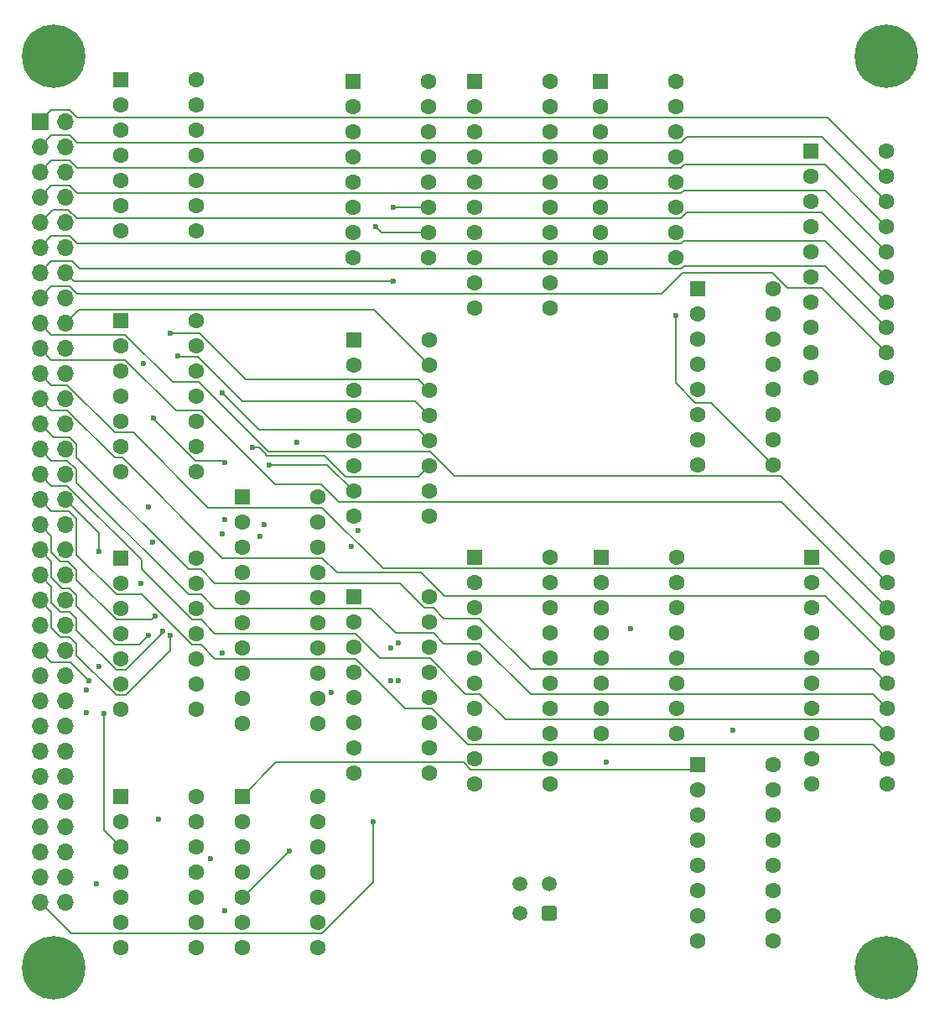
<source format=gbr>
%TF.GenerationSoftware,KiCad,Pcbnew,9.0.0*%
%TF.CreationDate,2025-03-09T01:52:38-05:00*%
%TF.ProjectId,tta8_cu,74746138-5f63-4752-9e6b-696361645f70,0*%
%TF.SameCoordinates,Original*%
%TF.FileFunction,Copper,L3,Inr*%
%TF.FilePolarity,Positive*%
%FSLAX46Y46*%
G04 Gerber Fmt 4.6, Leading zero omitted, Abs format (unit mm)*
G04 Created by KiCad (PCBNEW 9.0.0) date 2025-03-09 01:52:38*
%MOMM*%
%LPD*%
G01*
G04 APERTURE LIST*
G04 Aperture macros list*
%AMRoundRect*
0 Rectangle with rounded corners*
0 $1 Rounding radius*
0 $2 $3 $4 $5 $6 $7 $8 $9 X,Y pos of 4 corners*
0 Add a 4 corners polygon primitive as box body*
4,1,4,$2,$3,$4,$5,$6,$7,$8,$9,$2,$3,0*
0 Add four circle primitives for the rounded corners*
1,1,$1+$1,$2,$3*
1,1,$1+$1,$4,$5*
1,1,$1+$1,$6,$7*
1,1,$1+$1,$8,$9*
0 Add four rect primitives between the rounded corners*
20,1,$1+$1,$2,$3,$4,$5,0*
20,1,$1+$1,$4,$5,$6,$7,0*
20,1,$1+$1,$6,$7,$8,$9,0*
20,1,$1+$1,$8,$9,$2,$3,0*%
G04 Aperture macros list end*
%TA.AperFunction,ComponentPad*%
%ADD10RoundRect,0.250000X-0.550000X-0.550000X0.550000X-0.550000X0.550000X0.550000X-0.550000X0.550000X0*%
%TD*%
%TA.AperFunction,ComponentPad*%
%ADD11C,1.600000*%
%TD*%
%TA.AperFunction,ComponentPad*%
%ADD12C,6.400000*%
%TD*%
%TA.AperFunction,ComponentPad*%
%ADD13R,1.700000X1.700000*%
%TD*%
%TA.AperFunction,ComponentPad*%
%ADD14O,1.700000X1.700000*%
%TD*%
%TA.AperFunction,ComponentPad*%
%ADD15RoundRect,0.250001X0.499999X0.499999X-0.499999X0.499999X-0.499999X-0.499999X0.499999X-0.499999X0*%
%TD*%
%TA.AperFunction,ComponentPad*%
%ADD16C,1.500000*%
%TD*%
%TA.AperFunction,ViaPad*%
%ADD17C,0.600000*%
%TD*%
%TA.AperFunction,Conductor*%
%ADD18C,0.200000*%
%TD*%
G04 APERTURE END LIST*
D10*
%TO.N,Net-(U5-Q6)*%
%TO.C,U6*%
X89250000Y-105600000D03*
D11*
%TO.N,Net-(U5-Q7)*%
X89250000Y-108140000D03*
%TO.N,GND*%
X89250000Y-110680000D03*
X89250000Y-113220000D03*
X89250000Y-115760000D03*
%TO.N,+5V*%
X89250000Y-118300000D03*
%TO.N,unconnected-(U6-Y7-Pad7)*%
X89250000Y-120840000D03*
%TO.N,GND*%
X89250000Y-123380000D03*
%TO.N,unconnected-(U6-Y6-Pad9)*%
X96870000Y-123380000D03*
%TO.N,unconnected-(U6-Y5-Pad10)*%
X96870000Y-120840000D03*
%TO.N,unconnected-(U6-Y4-Pad11)*%
X96870000Y-118300000D03*
%TO.N,MVI*%
X96870000Y-115760000D03*
%TO.N,mvz*%
X96870000Y-113220000D03*
%TO.N,mvc*%
X96870000Y-110680000D03*
%TO.N,mv*%
X96870000Y-108140000D03*
%TO.N,+5V*%
X96870000Y-105600000D03*
%TD*%
D10*
%TO.N,{slash}R*%
%TO.C,U12*%
X124000000Y-122460000D03*
D11*
%TO.N,pcc*%
X124000000Y-125000000D03*
%TO.N,T12*%
X124000000Y-127540000D03*
%TO.N,T13*%
X124000000Y-130080000D03*
%TO.N,T14*%
X124000000Y-132620000D03*
%TO.N,T15*%
X124000000Y-135160000D03*
%TO.N,Net-(U10-CEP)*%
X124000000Y-137700000D03*
%TO.N,GND*%
X124000000Y-140240000D03*
%TO.N,Net-(U10-~{PE})*%
X131620000Y-140240000D03*
%TO.N,Net-(U11-TC)*%
X131620000Y-137700000D03*
%TO.N,a15*%
X131620000Y-135160000D03*
%TO.N,a14*%
X131620000Y-132620000D03*
%TO.N,a13*%
X131620000Y-130080000D03*
%TO.N,a12*%
X131620000Y-127540000D03*
%TO.N,unconnected-(U12-TC-Pad15)*%
X131620000Y-125000000D03*
%TO.N,+5V*%
X131620000Y-122460000D03*
%TD*%
D10*
%TO.N,{slash}R*%
%TO.C,U11*%
X114250000Y-101560000D03*
D11*
%TO.N,pcc*%
X114250000Y-104100000D03*
%TO.N,T8*%
X114250000Y-106640000D03*
%TO.N,T9*%
X114250000Y-109180000D03*
%TO.N,T10*%
X114250000Y-111720000D03*
%TO.N,T11*%
X114250000Y-114260000D03*
%TO.N,Net-(U10-CEP)*%
X114250000Y-116800000D03*
%TO.N,GND*%
X114250000Y-119340000D03*
%TO.N,Net-(U10-~{PE})*%
X121870000Y-119340000D03*
%TO.N,Net-(U10-TC)*%
X121870000Y-116800000D03*
%TO.N,a11*%
X121870000Y-114260000D03*
%TO.N,a10*%
X121870000Y-111720000D03*
%TO.N,a9*%
X121870000Y-109180000D03*
%TO.N,a8*%
X121870000Y-106640000D03*
%TO.N,Net-(U11-TC)*%
X121870000Y-104100000D03*
%TO.N,+5V*%
X121870000Y-101560000D03*
%TD*%
D12*
%TO.N,unconnected-(H3-Pad1)*%
%TO.C,H3*%
X59000000Y-143000000D03*
%TD*%
%TO.N,unconnected-(H2-Pad1)*%
%TO.C,H2*%
X143000000Y-51000000D03*
%TD*%
D10*
%TO.N,Net-(U14-OE)*%
%TO.C,U14*%
X135380000Y-60570000D03*
D11*
%TO.N,a0*%
X135380000Y-63110000D03*
%TO.N,a1*%
X135380000Y-65650000D03*
%TO.N,a2*%
X135380000Y-68190000D03*
%TO.N,a3*%
X135380000Y-70730000D03*
%TO.N,a4*%
X135380000Y-73270000D03*
%TO.N,a5*%
X135380000Y-75810000D03*
%TO.N,a6*%
X135380000Y-78350000D03*
%TO.N,a7*%
X135380000Y-80890000D03*
%TO.N,GND*%
X135380000Y-83430000D03*
%TO.N,+5V*%
X143000000Y-83430000D03*
%TO.N,A7*%
X143000000Y-80890000D03*
%TO.N,A6*%
X143000000Y-78350000D03*
%TO.N,A5*%
X143000000Y-75810000D03*
%TO.N,A4*%
X143000000Y-73270000D03*
%TO.N,A3*%
X143000000Y-70730000D03*
%TO.N,A2*%
X143000000Y-68190000D03*
%TO.N,A1*%
X143000000Y-65650000D03*
%TO.N,A0*%
X143000000Y-63110000D03*
%TO.N,+5V*%
X143000000Y-60570000D03*
%TD*%
D13*
%TO.N,A0*%
%TO.C,J1*%
X57570000Y-57645000D03*
D14*
%TO.N,src0*%
X60110000Y-57645000D03*
%TO.N,A1*%
X57570000Y-60185000D03*
%TO.N,SRC1*%
X60110000Y-60185000D03*
%TO.N,A2*%
X57570000Y-62725000D03*
%TO.N,SRC2*%
X60110000Y-62725000D03*
%TO.N,A3*%
X57570000Y-65265000D03*
%TO.N,SRC3*%
X60110000Y-65265000D03*
%TO.N,A4*%
X57570000Y-67805000D03*
%TO.N,SRC4*%
X60110000Y-67805000D03*
%TO.N,A5*%
X57570000Y-70345000D03*
%TO.N,SRC5*%
X60110000Y-70345000D03*
%TO.N,A6*%
X57570000Y-72885000D03*
%TO.N,SRC6*%
X60110000Y-72885000D03*
%TO.N,A7*%
X57570000Y-75425000D03*
%TO.N,SRC7*%
X60110000Y-75425000D03*
%TO.N,A8*%
X57570000Y-77965000D03*
%TO.N,dst0*%
X60110000Y-77965000D03*
%TO.N,A9*%
X57570000Y-80505000D03*
%TO.N,DST1*%
X60110000Y-80505000D03*
%TO.N,A10*%
X57570000Y-83045000D03*
%TO.N,DST2*%
X60110000Y-83045000D03*
%TO.N,A11*%
X57570000Y-85585000D03*
%TO.N,DST3*%
X60110000Y-85585000D03*
%TO.N,A12*%
X57570000Y-88125000D03*
%TO.N,DST4*%
X60110000Y-88125000D03*
%TO.N,A13*%
X57570000Y-90665000D03*
%TO.N,DST5*%
X60110000Y-90665000D03*
%TO.N,A14*%
X57570000Y-93205000D03*
%TO.N,DST6*%
X60110000Y-93205000D03*
%TO.N,A15*%
X57570000Y-95745000D03*
%TO.N,DST7*%
X60110000Y-95745000D03*
%TO.N,D0*%
X57570000Y-98285000D03*
%TO.N,T0*%
X60110000Y-98285000D03*
%TO.N,D1*%
X57570000Y-100825000D03*
%TO.N,T1*%
X60110000Y-100825000D03*
%TO.N,D2*%
X57570000Y-103365000D03*
%TO.N,T2*%
X60110000Y-103365000D03*
%TO.N,D3*%
X57570000Y-105905000D03*
%TO.N,T3*%
X60110000Y-105905000D03*
%TO.N,D4*%
X57570000Y-108445000D03*
%TO.N,T4*%
X60110000Y-108445000D03*
%TO.N,D5*%
X57570000Y-110985000D03*
%TO.N,T5*%
X60110000Y-110985000D03*
%TO.N,D6*%
X57570000Y-113525000D03*
%TO.N,T6*%
X60110000Y-113525000D03*
%TO.N,D7*%
X57570000Y-116065000D03*
%TO.N,T7*%
X60110000Y-116065000D03*
%TO.N,LDI*%
X57570000Y-118605000D03*
%TO.N,T8*%
X60110000Y-118605000D03*
%TO.N,EXC*%
X57570000Y-121145000D03*
%TO.N,T9*%
X60110000Y-121145000D03*
%TO.N,CLK*%
X57570000Y-123685000D03*
%TO.N,T10*%
X60110000Y-123685000D03*
%TO.N,{slash}R*%
X57570000Y-126225000D03*
%TO.N,T11*%
X60110000Y-126225000D03*
%TO.N,CARRY*%
X57570000Y-128765000D03*
%TO.N,T12*%
X60110000Y-128765000D03*
%TO.N,ZERO*%
X57570000Y-131305000D03*
%TO.N,T13*%
X60110000Y-131305000D03*
%TO.N,MOV*%
X57570000Y-133845000D03*
%TO.N,T14*%
X60110000Y-133845000D03*
%TO.N,MVI*%
X57570000Y-136385000D03*
%TO.N,T15*%
X60110000Y-136385000D03*
%TD*%
D10*
%TO.N,GND*%
%TO.C,U5*%
X78000000Y-95470000D03*
D11*
%TO.N,D0*%
X78000000Y-98010000D03*
%TO.N,D1*%
X78000000Y-100550000D03*
%TO.N,D2*%
X78000000Y-103090000D03*
%TO.N,D3*%
X78000000Y-105630000D03*
%TO.N,D4*%
X78000000Y-108170000D03*
%TO.N,D5*%
X78000000Y-110710000D03*
%TO.N,D6*%
X78000000Y-113250000D03*
%TO.N,D7*%
X78000000Y-115790000D03*
%TO.N,GND*%
X78000000Y-118330000D03*
%TO.N,LDI*%
X85620000Y-118330000D03*
%TO.N,Net-(U5-Q7)*%
X85620000Y-115790000D03*
%TO.N,Net-(U5-Q6)*%
X85620000Y-113250000D03*
%TO.N,Net-(U5-Q5)*%
X85620000Y-110710000D03*
%TO.N,Net-(U5-Q4)*%
X85620000Y-108170000D03*
%TO.N,Net-(U5-Q3)*%
X85620000Y-105630000D03*
%TO.N,Net-(U5-Q2)*%
X85620000Y-103090000D03*
%TO.N,Net-(U5-Q1)*%
X85620000Y-100550000D03*
%TO.N,Net-(U5-Q0)*%
X85620000Y-98010000D03*
%TO.N,+5V*%
X85620000Y-95470000D03*
%TD*%
D12*
%TO.N,unconnected-(H1-Pad1)*%
%TO.C,H1*%
X59000000Y-51000000D03*
%TD*%
D10*
%TO.N,CARRY*%
%TO.C,U4*%
X65750000Y-125710000D03*
D11*
%TO.N,mvc*%
X65750000Y-128250000D03*
%TO.N,Net-(U3-Pad4)*%
X65750000Y-130790000D03*
%TO.N,ZERO*%
X65750000Y-133330000D03*
%TO.N,mvz*%
X65750000Y-135870000D03*
%TO.N,Net-(U3-Pad5)*%
X65750000Y-138410000D03*
%TO.N,GND*%
X65750000Y-140950000D03*
%TO.N,MOV*%
X73370000Y-140950000D03*
%TO.N,Net-(U3-Pad8)*%
X73370000Y-138410000D03*
%TO.N,EXC*%
X73370000Y-135870000D03*
%TO.N,unconnected-(U4-Pad11)*%
X73370000Y-133330000D03*
%TO.N,unconnected-(U4-Pad12)*%
X73370000Y-130790000D03*
%TO.N,unconnected-(U4-Pad13)*%
X73370000Y-128250000D03*
%TO.N,+5V*%
X73370000Y-125710000D03*
%TD*%
D10*
%TO.N,+5V*%
%TO.C,U1*%
X65695000Y-53380000D03*
D11*
%TO.N,EXC*%
X65695000Y-55920000D03*
%TO.N,CLK*%
X65695000Y-58460000D03*
%TO.N,Net-(U1A-~{S})*%
X65695000Y-61000000D03*
%TO.N,LDI*%
X65695000Y-63540000D03*
%TO.N,unconnected-(U1A-~{Q}-Pad6)*%
X65695000Y-66080000D03*
%TO.N,GND*%
X65695000Y-68620000D03*
%TO.N,pcc*%
X73315000Y-68620000D03*
%TO.N,EXC*%
X73315000Y-66080000D03*
%TO.N,+5V*%
X73315000Y-63540000D03*
%TO.N,CLK*%
X73315000Y-61000000D03*
%TO.N,LDI*%
X73315000Y-58460000D03*
%TO.N,Net-(U1A-~{S})*%
X73315000Y-55920000D03*
%TO.N,+5V*%
X73315000Y-53380000D03*
%TD*%
D10*
%TO.N,Net-(U5-Q0)*%
%TO.C,U8*%
X89195000Y-53560000D03*
D11*
%TO.N,Net-(U5-Q1)*%
X89195000Y-56100000D03*
%TO.N,Net-(U5-Q2)*%
X89195000Y-58640000D03*
%TO.N,GND*%
X89195000Y-61180000D03*
X89195000Y-63720000D03*
%TO.N,+5V*%
X89195000Y-66260000D03*
%TO.N,SRC7*%
X89195000Y-68800000D03*
%TO.N,GND*%
X89195000Y-71340000D03*
%TO.N,SRC6*%
X96815000Y-71340000D03*
%TO.N,SRC5*%
X96815000Y-68800000D03*
%TO.N,SRC4*%
X96815000Y-66260000D03*
%TO.N,SRC3*%
X96815000Y-63720000D03*
%TO.N,SRC2*%
X96815000Y-61180000D03*
%TO.N,SRC1*%
X96815000Y-58640000D03*
%TO.N,src0*%
X96815000Y-56100000D03*
%TO.N,+5V*%
X96815000Y-53560000D03*
%TD*%
D10*
%TO.N,{slash}R*%
%TO.C,U9*%
X114195000Y-53610000D03*
D11*
%TO.N,pcc*%
X114195000Y-56150000D03*
%TO.N,T0*%
X114195000Y-58690000D03*
%TO.N,T1*%
X114195000Y-61230000D03*
%TO.N,T2*%
X114195000Y-63770000D03*
%TO.N,T3*%
X114195000Y-66310000D03*
%TO.N,+5V*%
X114195000Y-68850000D03*
%TO.N,GND*%
X114195000Y-71390000D03*
%TO.N,Net-(U10-~{PE})*%
X121815000Y-71390000D03*
%TO.N,+5V*%
X121815000Y-68850000D03*
%TO.N,a3*%
X121815000Y-66310000D03*
%TO.N,a2*%
X121815000Y-63770000D03*
%TO.N,a1*%
X121815000Y-61230000D03*
%TO.N,a0*%
X121815000Y-58690000D03*
%TO.N,Net-(U10-CEP)*%
X121815000Y-56150000D03*
%TO.N,+5V*%
X121815000Y-53610000D03*
%TD*%
D10*
%TO.N,LDI*%
%TO.C,U3*%
X65750000Y-101700000D03*
D11*
%TO.N,EXC*%
X65750000Y-104240000D03*
%TO.N,Net-(U2-Pad1)*%
X65750000Y-106780000D03*
%TO.N,Net-(U3-Pad4)*%
X65750000Y-109320000D03*
%TO.N,Net-(U3-Pad5)*%
X65750000Y-111860000D03*
%TO.N,Net-(U3-Pad6)*%
X65750000Y-114400000D03*
%TO.N,GND*%
X65750000Y-116940000D03*
%TO.N,Net-(U3-Pad8)*%
X73370000Y-116940000D03*
%TO.N,Net-(U3-Pad6)*%
X73370000Y-114400000D03*
%TO.N,mv*%
X73370000Y-111860000D03*
%TO.N,unconnected-(U3-Pad11)*%
X73370000Y-109320000D03*
%TO.N,unconnected-(U3-Pad12)*%
X73370000Y-106780000D03*
%TO.N,unconnected-(U3-Pad13)*%
X73370000Y-104240000D03*
%TO.N,+5V*%
X73370000Y-101700000D03*
%TD*%
D10*
%TO.N,Net-(U5-Q3)*%
%TO.C,U7*%
X89250000Y-79660000D03*
D11*
%TO.N,Net-(U5-Q4)*%
X89250000Y-82200000D03*
%TO.N,Net-(U5-Q5)*%
X89250000Y-84740000D03*
%TO.N,GND*%
X89250000Y-87280000D03*
X89250000Y-89820000D03*
%TO.N,+5V*%
X89250000Y-92360000D03*
%TO.N,DST7*%
X89250000Y-94900000D03*
%TO.N,GND*%
X89250000Y-97440000D03*
%TO.N,DST6*%
X96870000Y-97440000D03*
%TO.N,DST5*%
X96870000Y-94900000D03*
%TO.N,DST4*%
X96870000Y-92360000D03*
%TO.N,DST3*%
X96870000Y-89820000D03*
%TO.N,DST2*%
X96870000Y-87280000D03*
%TO.N,DST1*%
X96870000Y-84740000D03*
%TO.N,dst0*%
X96870000Y-82200000D03*
%TO.N,+5V*%
X96870000Y-79660000D03*
%TD*%
D15*
%TO.N,+5V*%
%TO.C,J2*%
X109000000Y-137500000D03*
D16*
%TO.N,GND*%
X106000000Y-137500000D03*
%TO.N,+5V*%
X109000000Y-134500000D03*
%TO.N,GND*%
X106000000Y-134500000D03*
%TD*%
D12*
%TO.N,unconnected-(H4-Pad1)*%
%TO.C,H4*%
X143000000Y-143000000D03*
%TD*%
D10*
%TO.N,{slash}R*%
%TO.C,U10*%
X124000000Y-74520000D03*
D11*
%TO.N,pcc*%
X124000000Y-77060000D03*
%TO.N,T4*%
X124000000Y-79600000D03*
%TO.N,T5*%
X124000000Y-82140000D03*
%TO.N,T6*%
X124000000Y-84680000D03*
%TO.N,T7*%
X124000000Y-87220000D03*
%TO.N,Net-(U10-CEP)*%
X124000000Y-89760000D03*
%TO.N,GND*%
X124000000Y-92300000D03*
%TO.N,Net-(U10-~{PE})*%
X131620000Y-92300000D03*
%TO.N,+5V*%
X131620000Y-89760000D03*
%TO.N,a7*%
X131620000Y-87220000D03*
%TO.N,a6*%
X131620000Y-84680000D03*
%TO.N,a5*%
X131620000Y-82140000D03*
%TO.N,a4*%
X131620000Y-79600000D03*
%TO.N,Net-(U10-TC)*%
X131620000Y-77060000D03*
%TO.N,+5V*%
X131620000Y-74520000D03*
%TD*%
D10*
%TO.N,Net-(U16-OE)*%
%TO.C,U16*%
X101500000Y-53560000D03*
D11*
%TO.N,GND*%
X101500000Y-56100000D03*
X101500000Y-58640000D03*
X101500000Y-61180000D03*
X101500000Y-63720000D03*
X101500000Y-66260000D03*
X101500000Y-68800000D03*
X101500000Y-71340000D03*
X101500000Y-73880000D03*
X101500000Y-76420000D03*
%TO.N,+5V*%
X109120000Y-76420000D03*
%TO.N,T7*%
X109120000Y-73880000D03*
%TO.N,T6*%
X109120000Y-71340000D03*
%TO.N,T5*%
X109120000Y-68800000D03*
%TO.N,T4*%
X109120000Y-66260000D03*
%TO.N,T3*%
X109120000Y-63720000D03*
%TO.N,T2*%
X109120000Y-61180000D03*
%TO.N,T1*%
X109120000Y-58640000D03*
%TO.N,T0*%
X109120000Y-56100000D03*
%TO.N,+5V*%
X109120000Y-53560000D03*
%TD*%
D10*
%TO.N,Net-(U2-Pad1)*%
%TO.C,U2*%
X65750000Y-77700000D03*
D11*
%TO.N,R*%
X65750000Y-80240000D03*
%TO.N,Net-(U1A-~{S})*%
X65750000Y-82780000D03*
%TO.N,unconnected-(U2-Pad4)*%
X65750000Y-85320000D03*
%TO.N,unconnected-(U2-Pad5)*%
X65750000Y-87860000D03*
%TO.N,unconnected-(U2-Pad6)*%
X65750000Y-90400000D03*
%TO.N,GND*%
X65750000Y-92940000D03*
%TO.N,unconnected-(U2-Pad8)*%
X73370000Y-92940000D03*
%TO.N,unconnected-(U2-Pad9)*%
X73370000Y-90400000D03*
%TO.N,unconnected-(U2-Pad10)*%
X73370000Y-87860000D03*
%TO.N,unconnected-(U2-Pad11)*%
X73370000Y-85320000D03*
%TO.N,unconnected-(U2-Pad12)*%
X73370000Y-82780000D03*
%TO.N,unconnected-(U2-Pad13)*%
X73370000Y-80240000D03*
%TO.N,+5V*%
X73370000Y-77700000D03*
%TD*%
D10*
%TO.N,Net-(U14-OE)*%
%TO.C,U15*%
X135500000Y-101620000D03*
D11*
%TO.N,a8*%
X135500000Y-104160000D03*
%TO.N,a9*%
X135500000Y-106700000D03*
%TO.N,a10*%
X135500000Y-109240000D03*
%TO.N,a11*%
X135500000Y-111780000D03*
%TO.N,a12*%
X135500000Y-114320000D03*
%TO.N,a13*%
X135500000Y-116860000D03*
%TO.N,a14*%
X135500000Y-119400000D03*
%TO.N,a15*%
X135500000Y-121940000D03*
%TO.N,GND*%
X135500000Y-124480000D03*
%TO.N,+5V*%
X143120000Y-124480000D03*
%TO.N,A15*%
X143120000Y-121940000D03*
%TO.N,A14*%
X143120000Y-119400000D03*
%TO.N,A13*%
X143120000Y-116860000D03*
%TO.N,A12*%
X143120000Y-114320000D03*
%TO.N,A11*%
X143120000Y-111780000D03*
%TO.N,A10*%
X143120000Y-109240000D03*
%TO.N,A9*%
X143120000Y-106700000D03*
%TO.N,A8*%
X143120000Y-104160000D03*
%TO.N,+5V*%
X143120000Y-101620000D03*
%TD*%
D10*
%TO.N,{slash}R*%
%TO.C,U13*%
X78000000Y-125710000D03*
D11*
X78000000Y-128250000D03*
%TO.N,R*%
X78000000Y-130790000D03*
%TO.N,MOV*%
X78000000Y-133330000D03*
%TO.N,dst0*%
X78000000Y-135870000D03*
%TO.N,Net-(U10-~{PE})*%
X78000000Y-138410000D03*
%TO.N,GND*%
X78000000Y-140950000D03*
%TO.N,Net-(U14-OE)*%
X85620000Y-140950000D03*
%TO.N,LDI*%
X85620000Y-138410000D03*
X85620000Y-135870000D03*
%TO.N,Net-(U16-OE)*%
X85620000Y-133330000D03*
%TO.N,MOV*%
X85620000Y-130790000D03*
%TO.N,src0*%
X85620000Y-128250000D03*
%TO.N,+5V*%
X85620000Y-125710000D03*
%TD*%
D10*
%TO.N,Net-(U16-OE)*%
%TO.C,U17*%
X101500000Y-101560000D03*
D11*
%TO.N,GND*%
X101500000Y-104100000D03*
X101500000Y-106640000D03*
X101500000Y-109180000D03*
X101500000Y-111720000D03*
X101500000Y-114260000D03*
X101500000Y-116800000D03*
X101500000Y-119340000D03*
X101500000Y-121880000D03*
X101500000Y-124420000D03*
%TO.N,+5V*%
X109120000Y-124420000D03*
%TO.N,T15*%
X109120000Y-121880000D03*
%TO.N,T14*%
X109120000Y-119340000D03*
%TO.N,T13*%
X109120000Y-116800000D03*
%TO.N,T12*%
X109120000Y-114260000D03*
%TO.N,T11*%
X109120000Y-111720000D03*
%TO.N,T10*%
X109120000Y-109180000D03*
%TO.N,T9*%
X109120000Y-106640000D03*
%TO.N,T8*%
X109120000Y-104100000D03*
%TO.N,+5V*%
X109120000Y-101560000D03*
%TD*%
D17*
%TO.N,EXC*%
X63250000Y-134500000D03*
%TO.N,SRC5*%
X91500000Y-68250000D03*
%TO.N,D6*%
X62250000Y-115000000D03*
%TO.N,D1*%
X68500000Y-109500000D03*
%TO.N,DST6*%
X76000000Y-99250000D03*
X89000000Y-100500000D03*
X79750000Y-99500000D03*
%TO.N,src0*%
X93000000Y-110750000D03*
X93000000Y-114059000D03*
%TO.N,DST1*%
X70750000Y-79000000D03*
%TO.N,DST2*%
X71500000Y-81250000D03*
%TO.N,D7*%
X62250000Y-117250000D03*
%TO.N,D2*%
X70000000Y-109000000D03*
%TO.N,MVI*%
X91250000Y-128250000D03*
%TO.N,{slash}R*%
X117250000Y-108750000D03*
%TO.N,DST4*%
X79000000Y-90500000D03*
X69000000Y-87500000D03*
X76250000Y-92000000D03*
%TO.N,D4*%
X63555645Y-112555645D03*
%TO.N,DST3*%
X76000000Y-85000000D03*
%TO.N,dst0*%
X93797538Y-113996260D03*
X93750000Y-110250000D03*
X82750000Y-131250000D03*
%TO.N,D5*%
X62500000Y-114000000D03*
%TO.N,D3*%
X70750000Y-109500000D03*
%TO.N,D0*%
X69197210Y-107552790D03*
%TO.N,SRC6*%
X93250000Y-73750000D03*
%TO.N,DST7*%
X68500000Y-96500000D03*
X80750000Y-92250000D03*
X63500000Y-101000000D03*
%TO.N,DST5*%
X89689300Y-98889300D03*
X80250000Y-98250000D03*
X76250000Y-97750000D03*
%TO.N,SRC4*%
X93250000Y-66250000D03*
%TO.N,R*%
X68000000Y-82000000D03*
X68950735Y-100049265D03*
X67750000Y-104250000D03*
X69500000Y-128000000D03*
%TO.N,Net-(U3-Pad4)*%
X64048265Y-117298265D03*
%TO.N,mv*%
X87004265Y-115259000D03*
X76000000Y-111211000D03*
%TO.N,mvz*%
X76250000Y-137250000D03*
%TO.N,mvc*%
X74750000Y-132000000D03*
%TO.N,Net-(U5-Q5)*%
X83500000Y-90000000D03*
%TO.N,Net-(U10-~{PE})*%
X121750000Y-77176000D03*
X114751000Y-122250000D03*
%TO.N,Net-(U11-TC)*%
X127500000Y-119000000D03*
%TD*%
D18*
%TO.N,A13*%
X61261000Y-92728240D02*
X60348760Y-91816000D01*
X97326050Y-109241000D02*
X93491000Y-109241000D01*
X90981000Y-106731000D02*
X75216050Y-106731000D01*
X75216050Y-106731000D02*
X73826050Y-105341000D01*
X72591000Y-105341000D02*
X61261000Y-94011000D01*
X73826050Y-105341000D02*
X72591000Y-105341000D01*
X98366050Y-110281000D02*
X97326050Y-109241000D01*
X60348760Y-91816000D02*
X58721000Y-91816000D01*
X107096050Y-115421000D02*
X101956050Y-110281000D01*
X141681000Y-115421000D02*
X107096050Y-115421000D01*
X93491000Y-109241000D02*
X90981000Y-106731000D01*
X143120000Y-116860000D02*
X141681000Y-115421000D01*
X101956050Y-110281000D02*
X98366050Y-110281000D01*
X58721000Y-91816000D02*
X57570000Y-90665000D01*
X61261000Y-94011000D02*
X61261000Y-92728240D01*
%TO.N,SRC5*%
X92050000Y-68800000D02*
X91500000Y-68250000D01*
X96815000Y-68800000D02*
X92050000Y-68800000D01*
%TO.N,A14*%
X89398050Y-109271000D02*
X75216050Y-109271000D01*
X75216050Y-109271000D02*
X73826050Y-107881000D01*
X100568050Y-115361000D02*
X96988050Y-111781000D01*
X104556050Y-117961000D02*
X101956050Y-115361000D01*
X58721000Y-94356000D02*
X57570000Y-93205000D01*
X101956050Y-115361000D02*
X100568050Y-115361000D01*
X67833950Y-101841190D02*
X60348760Y-94356000D01*
X96988050Y-111781000D02*
X91908050Y-111781000D01*
X91908050Y-111781000D02*
X89398050Y-109271000D01*
X60348760Y-94356000D02*
X58721000Y-94356000D01*
X141681000Y-117961000D02*
X104556050Y-117961000D01*
X143120000Y-119400000D02*
X141681000Y-117961000D01*
X73826050Y-107881000D02*
X72913950Y-107881000D01*
X72913950Y-107881000D02*
X67833950Y-102801000D01*
X67833950Y-102801000D02*
X67833950Y-101841190D01*
%TO.N,D1*%
X60582760Y-104750000D02*
X59838240Y-104750000D01*
X58721000Y-103632760D02*
X58721000Y-101976000D01*
X61261000Y-105428240D02*
X60582760Y-104750000D01*
X59838240Y-104750000D02*
X58721000Y-103632760D01*
X58721000Y-101976000D02*
X57570000Y-100825000D01*
X61261000Y-106511000D02*
X61261000Y-105428240D01*
X68500000Y-109500000D02*
X67579000Y-110421000D01*
X67579000Y-110421000D02*
X65171000Y-110421000D01*
X65171000Y-110421000D02*
X61261000Y-106511000D01*
%TO.N,A15*%
X61261000Y-97657000D02*
X60500000Y-96896000D01*
X143120000Y-121940000D02*
X141681000Y-120501000D01*
X75216050Y-111811000D02*
X73826050Y-110421000D01*
X61261000Y-101308050D02*
X61261000Y-97657000D01*
X60500000Y-96896000D02*
X58721000Y-96896000D01*
X94448050Y-116861000D02*
X89398050Y-111811000D01*
X97111000Y-116861000D02*
X94448050Y-116861000D01*
X73826050Y-110421000D02*
X72913950Y-110421000D01*
X141681000Y-120501000D02*
X100751000Y-120501000D01*
X100751000Y-120501000D02*
X97111000Y-116861000D01*
X67833950Y-105341000D02*
X65293950Y-105341000D01*
X58721000Y-96896000D02*
X57570000Y-95745000D01*
X65293950Y-105341000D02*
X61261000Y-101308050D01*
X72913950Y-110421000D02*
X67833950Y-105341000D01*
X89398050Y-111811000D02*
X75216050Y-111811000D01*
%TO.N,A4*%
X60432760Y-66500000D02*
X58875000Y-66500000D01*
X136496050Y-66766050D02*
X122916000Y-66766050D01*
X61343760Y-67411000D02*
X60432760Y-66500000D01*
X58875000Y-66500000D02*
X57570000Y-67805000D01*
X122271050Y-67411000D02*
X61343760Y-67411000D01*
X122916000Y-66766050D02*
X122271050Y-67411000D01*
X143000000Y-73270000D02*
X136496050Y-66766050D01*
%TO.N,DST1*%
X95769000Y-83639000D02*
X78326050Y-83639000D01*
X73687050Y-79000000D02*
X70750000Y-79000000D01*
X96870000Y-84740000D02*
X95769000Y-83639000D01*
X78326050Y-83639000D02*
X73687050Y-79000000D01*
%TO.N,A0*%
X61343760Y-57251000D02*
X60586760Y-56494000D01*
X143000000Y-63110000D02*
X137141000Y-57251000D01*
X137141000Y-57251000D02*
X61343760Y-57251000D01*
X60586760Y-56494000D02*
X58721000Y-56494000D01*
X58721000Y-56494000D02*
X57570000Y-57645000D01*
%TO.N,A6*%
X60824760Y-71734000D02*
X58721000Y-71734000D01*
X136819000Y-72169000D02*
X122593050Y-72169000D01*
X143000000Y-78350000D02*
X136819000Y-72169000D01*
X122593050Y-72169000D02*
X122271050Y-72491000D01*
X61581760Y-72491000D02*
X60824760Y-71734000D01*
X58721000Y-71734000D02*
X57570000Y-72885000D01*
X122271050Y-72491000D02*
X61581760Y-72491000D01*
%TO.N,DST2*%
X77988050Y-85841000D02*
X73488050Y-81341000D01*
X96870000Y-87280000D02*
X95431000Y-85841000D01*
X73488050Y-81341000D02*
X71591000Y-81341000D01*
X71591000Y-81341000D02*
X71500000Y-81250000D01*
X95431000Y-85841000D02*
X77988050Y-85841000D01*
%TO.N,A3*%
X61343760Y-64871000D02*
X60586760Y-64114000D01*
X60586760Y-64114000D02*
X58721000Y-64114000D01*
X122593050Y-64549000D02*
X122271050Y-64871000D01*
X143000000Y-70730000D02*
X136819000Y-64549000D01*
X122271050Y-64871000D02*
X61343760Y-64871000D01*
X58721000Y-64114000D02*
X57570000Y-65265000D01*
X136819000Y-64549000D02*
X122593050Y-64549000D01*
%TO.N,D2*%
X58721000Y-104516000D02*
X57570000Y-103365000D01*
X60586760Y-107056000D02*
X59633240Y-107056000D01*
X59633240Y-107056000D02*
X58721000Y-106143760D01*
X58721000Y-106143760D02*
X58721000Y-104516000D01*
X61261000Y-107730240D02*
X60586760Y-107056000D01*
X61261000Y-108928050D02*
X61261000Y-107730240D01*
X66206050Y-112961000D02*
X65293950Y-112961000D01*
X70000000Y-109167050D02*
X66206050Y-112961000D01*
X70000000Y-109000000D02*
X70000000Y-109167050D01*
X65293950Y-112961000D02*
X61261000Y-108928050D01*
%TO.N,A7*%
X58721000Y-74274000D02*
X57570000Y-75425000D01*
X120348150Y-74981000D02*
X61293760Y-74981000D01*
X60586760Y-74274000D02*
X58721000Y-74274000D01*
X133028050Y-74371000D02*
X131549050Y-72892000D01*
X122437150Y-72892000D02*
X120348150Y-74981000D01*
X131549050Y-72892000D02*
X122437150Y-72892000D01*
X61293760Y-74981000D02*
X60586760Y-74274000D01*
X143000000Y-80890000D02*
X136481000Y-74371000D01*
X136481000Y-74371000D02*
X133028050Y-74371000D01*
%TO.N,MVI*%
X60696000Y-139511000D02*
X86076050Y-139511000D01*
X57570000Y-136385000D02*
X60696000Y-139511000D01*
X91250000Y-134337050D02*
X91250000Y-128250000D01*
X86076050Y-139511000D02*
X91250000Y-134337050D01*
%TO.N,{slash}R*%
X81431000Y-122279000D02*
X100341950Y-122279000D01*
X100341950Y-122279000D02*
X101043950Y-122981000D01*
X123479000Y-122981000D02*
X124000000Y-122460000D01*
X101043950Y-122981000D02*
X123479000Y-122981000D01*
X78000000Y-125710000D02*
X81431000Y-122279000D01*
%TO.N,A9*%
X87708050Y-96001000D02*
X85957050Y-94250000D01*
X81317050Y-94250000D02*
X73826050Y-86759000D01*
X85957050Y-94250000D02*
X81317050Y-94250000D01*
X58721000Y-81656000D02*
X57570000Y-80505000D01*
X71286050Y-86759000D02*
X66183050Y-81656000D01*
X143120000Y-106700000D02*
X132421000Y-96001000D01*
X132421000Y-96001000D02*
X87708050Y-96001000D01*
X73826050Y-86759000D02*
X71286050Y-86759000D01*
X66183050Y-81656000D02*
X58721000Y-81656000D01*
%TO.N,DST4*%
X88461000Y-93461000D02*
X86322000Y-91322000D01*
X76089000Y-91839000D02*
X73251950Y-91839000D01*
X73251950Y-91839000D02*
X69000000Y-87587050D01*
X69000000Y-87587050D02*
X69000000Y-87500000D01*
X79682900Y-90500000D02*
X79000000Y-90500000D01*
X96870000Y-92360000D02*
X95769000Y-93461000D01*
X80270000Y-91087100D02*
X79682900Y-90500000D01*
X95769000Y-93461000D02*
X88461000Y-93461000D01*
X80504900Y-91322000D02*
X80270000Y-91087100D01*
X86322000Y-91322000D02*
X80837100Y-91322000D01*
X80837100Y-91322000D02*
X80504900Y-91322000D01*
X76250000Y-92000000D02*
X76089000Y-91839000D01*
%TO.N,A12*%
X75216050Y-104191000D02*
X73826050Y-102801000D01*
X107096050Y-112881000D02*
X101956050Y-107741000D01*
X96413950Y-106701000D02*
X93903950Y-104191000D01*
X93903950Y-104191000D02*
X75216050Y-104191000D01*
X101956050Y-107741000D02*
X98366050Y-107741000D01*
X97326050Y-106701000D02*
X96413950Y-106701000D01*
X143120000Y-114320000D02*
X141681000Y-112881000D01*
X58945000Y-89500000D02*
X57570000Y-88125000D01*
X73826050Y-102801000D02*
X72551000Y-102801000D01*
X141681000Y-112881000D02*
X107096050Y-112881000D01*
X98366050Y-107741000D02*
X97326050Y-106701000D01*
X61261000Y-91511000D02*
X61261000Y-90188240D01*
X60572760Y-89500000D02*
X58945000Y-89500000D01*
X61261000Y-90188240D02*
X60572760Y-89500000D01*
X72551000Y-102801000D02*
X61261000Y-91511000D01*
%TO.N,DST3*%
X79719000Y-88719000D02*
X76000000Y-85000000D01*
X96870000Y-89820000D02*
X95769000Y-88719000D01*
X95769000Y-88719000D02*
X79719000Y-88719000D01*
%TO.N,A1*%
X58721000Y-59034000D02*
X57570000Y-60185000D01*
X143000000Y-65650000D02*
X136496050Y-59146050D01*
X122916000Y-59146050D02*
X122271050Y-59791000D01*
X122271050Y-59791000D02*
X61343760Y-59791000D01*
X61343760Y-59791000D02*
X60586760Y-59034000D01*
X60586760Y-59034000D02*
X58721000Y-59034000D01*
X136496050Y-59146050D02*
X122916000Y-59146050D01*
%TO.N,A2*%
X143000000Y-68190000D02*
X136810000Y-62000000D01*
X60586760Y-61574000D02*
X58721000Y-61574000D01*
X61343760Y-62331000D02*
X60586760Y-61574000D01*
X58721000Y-61574000D02*
X57570000Y-62725000D01*
X122271050Y-62331000D02*
X61343760Y-62331000D01*
X122602050Y-62000000D02*
X122271050Y-62331000D01*
X136810000Y-62000000D02*
X122602050Y-62000000D01*
%TO.N,A8*%
X143120000Y-104160000D02*
X132361000Y-93401000D01*
X80671000Y-90921000D02*
X73631000Y-83881000D01*
X70948050Y-83881000D02*
X66183050Y-79116000D01*
X96988050Y-90921000D02*
X80671000Y-90921000D01*
X132361000Y-93401000D02*
X99468050Y-93401000D01*
X66183050Y-79116000D02*
X58721000Y-79116000D01*
X99468050Y-93401000D02*
X96988050Y-90921000D01*
X58721000Y-79116000D02*
X57570000Y-77965000D01*
X73631000Y-83881000D02*
X70948050Y-83881000D01*
%TO.N,dst0*%
X96870000Y-82200000D02*
X91269000Y-76599000D01*
X61476000Y-76599000D02*
X60110000Y-77965000D01*
X78130000Y-135870000D02*
X78000000Y-135870000D01*
X91269000Y-76599000D02*
X61476000Y-76599000D01*
X82750000Y-131250000D02*
X78130000Y-135870000D01*
%TO.N,A10*%
X60348760Y-84196000D02*
X58721000Y-84196000D01*
X65113760Y-88961000D02*
X60348760Y-84196000D01*
X58721000Y-84196000D02*
X57570000Y-83045000D01*
X86076050Y-96571000D02*
X74571000Y-96571000D01*
X66961000Y-88961000D02*
X65113760Y-88961000D01*
X143120000Y-109240000D02*
X136601000Y-102721000D01*
X92226050Y-102721000D02*
X86076050Y-96571000D01*
X136601000Y-102721000D02*
X92226050Y-102721000D01*
X74571000Y-96571000D02*
X66961000Y-88961000D01*
%TO.N,D5*%
X58721000Y-112136000D02*
X57570000Y-110985000D01*
X62500000Y-114000000D02*
X60636000Y-112136000D01*
X60636000Y-112136000D02*
X58721000Y-112136000D01*
%TO.N,D3*%
X58721000Y-107056000D02*
X57570000Y-105905000D01*
X58721000Y-108683760D02*
X58721000Y-107056000D01*
X60586760Y-109596000D02*
X59633240Y-109596000D01*
X70750000Y-109500000D02*
X70750000Y-110957050D01*
X65293950Y-115501000D02*
X61261000Y-111468050D01*
X70750000Y-110957050D02*
X66206050Y-115501000D01*
X59633240Y-109596000D02*
X58721000Y-108683760D01*
X61261000Y-111468050D02*
X61261000Y-110270240D01*
X66206050Y-115501000D02*
X65293950Y-115501000D01*
X61261000Y-110270240D02*
X60586760Y-109596000D01*
%TO.N,D0*%
X61261000Y-103848050D02*
X61261000Y-102864240D01*
X65293950Y-107881000D02*
X61261000Y-103848050D01*
X58721000Y-101063760D02*
X58721000Y-99436000D01*
X69197210Y-107552790D02*
X68869000Y-107881000D01*
X68869000Y-107881000D02*
X65293950Y-107881000D01*
X59633240Y-101976000D02*
X58721000Y-101063760D01*
X58721000Y-99436000D02*
X57570000Y-98285000D01*
X61261000Y-102864240D02*
X60372760Y-101976000D01*
X60372760Y-101976000D02*
X59633240Y-101976000D01*
%TO.N,A5*%
X58721000Y-69194000D02*
X57570000Y-70345000D01*
X60586760Y-69194000D02*
X58721000Y-69194000D01*
X122593050Y-69629000D02*
X122271050Y-69951000D01*
X122271050Y-69951000D02*
X61343760Y-69951000D01*
X143000000Y-75810000D02*
X136819000Y-69629000D01*
X61343760Y-69951000D02*
X60586760Y-69194000D01*
X136819000Y-69629000D02*
X122593050Y-69629000D01*
%TO.N,SRC6*%
X60975000Y-73750000D02*
X60110000Y-72885000D01*
X93250000Y-73750000D02*
X60975000Y-73750000D01*
%TO.N,DST7*%
X89250000Y-94900000D02*
X86600000Y-92250000D01*
X86600000Y-92250000D02*
X80750000Y-92250000D01*
X63500000Y-101000000D02*
X63500000Y-99135000D01*
X63500000Y-99135000D02*
X60110000Y-95745000D01*
%TO.N,A11*%
X65113760Y-91501000D02*
X60348760Y-86736000D01*
X76018050Y-101651000D02*
X65868050Y-91501000D01*
X98378000Y-105500000D02*
X96000000Y-103122000D01*
X65868050Y-91501000D02*
X65113760Y-91501000D01*
X96000000Y-103122000D02*
X87547050Y-103122000D01*
X58721000Y-86736000D02*
X57570000Y-85585000D01*
X87547050Y-103122000D02*
X86076050Y-101651000D01*
X86076050Y-101651000D02*
X76018050Y-101651000D01*
X60348760Y-86736000D02*
X58721000Y-86736000D01*
X143120000Y-111780000D02*
X136840000Y-105500000D01*
X136840000Y-105500000D02*
X98378000Y-105500000D01*
%TO.N,SRC4*%
X96815000Y-66260000D02*
X93260000Y-66260000D01*
X93260000Y-66260000D02*
X93250000Y-66250000D01*
%TO.N,Net-(U3-Pad4)*%
X64048265Y-129088265D02*
X64048265Y-117298265D01*
X65750000Y-130790000D02*
X64048265Y-129088265D01*
%TO.N,Net-(U10-~{PE})*%
X123762950Y-86000000D02*
X121750000Y-83987050D01*
X125320000Y-86000000D02*
X123762950Y-86000000D01*
X121750000Y-83987050D02*
X121750000Y-77176000D01*
X131620000Y-92300000D02*
X125320000Y-86000000D01*
%TD*%
M02*

</source>
